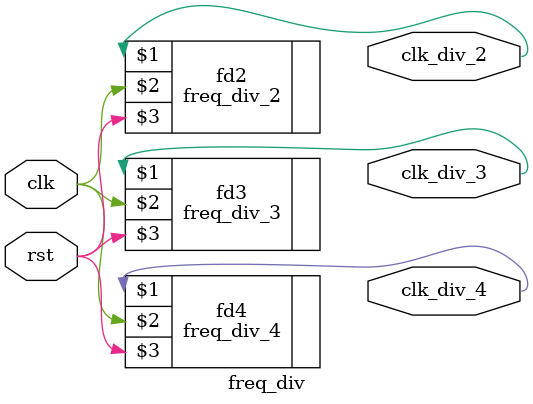
<source format=v>
module freq_div(clk_div_2,clk_div_3,clk_div_4,clk,rst);
    output clk_div_2,clk_div_3,clk_div_4;
    input clk,rst;

    freq_div_2 fd2(clk_div_2,clk,rst);
    freq_div_4 fd4(clk_div_4,clk,rst);
    freq_div_3 fd3(clk_div_3,clk,rst);
    
endmodule

</source>
